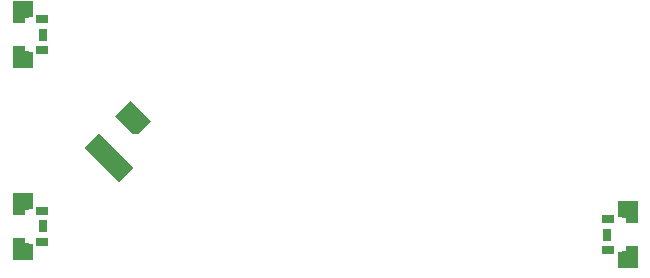
<source format=gbr>
%TF.GenerationSoftware,KiCad,Pcbnew,7.0.11-7.0.11~ubuntu22.04.1*%
%TF.CreationDate,2024-11-26T11:44:11+01:00*%
%TF.ProjectId,H-C6-ulp,482d4336-2d75-46c7-902e-6b696361645f,rev?*%
%TF.SameCoordinates,Original*%
%TF.FileFunction,Paste,Bot*%
%TF.FilePolarity,Positive*%
%FSLAX46Y46*%
G04 Gerber Fmt 4.6, Leading zero omitted, Abs format (unit mm)*
G04 Created by KiCad (PCBNEW 7.0.11-7.0.11~ubuntu22.04.1) date 2024-11-26 11:44:11*
%MOMM*%
%LPD*%
G01*
G04 APERTURE LIST*
G04 Aperture macros list*
%AMRotRect*
0 Rectangle, with rotation*
0 The origin of the aperture is its center*
0 $1 length*
0 $2 width*
0 $3 Rotation angle, in degrees counterclockwise*
0 Add horizontal line*
21,1,$1,$2,0,0,$3*%
%AMOutline5P*
0 Free polygon, 5 corners , with rotation*
0 The origin of the aperture is its center*
0 number of corners: always 5*
0 $1 to $10 corner X, Y*
0 $11 Rotation angle, in degrees counterclockwise*
0 create outline with 5 corners*
4,1,5,$1,$2,$3,$4,$5,$6,$7,$8,$9,$10,$1,$2,$11*%
%AMOutline6P*
0 Free polygon, 6 corners , with rotation*
0 The origin of the aperture is its center*
0 number of corners: always 6*
0 $1 to $12 corner X, Y*
0 $13 Rotation angle, in degrees counterclockwise*
0 create outline with 6 corners*
4,1,6,$1,$2,$3,$4,$5,$6,$7,$8,$9,$10,$11,$12,$1,$2,$13*%
%AMOutline7P*
0 Free polygon, 7 corners , with rotation*
0 The origin of the aperture is its center*
0 number of corners: always 7*
0 $1 to $14 corner X, Y*
0 $15 Rotation angle, in degrees counterclockwise*
0 create outline with 7 corners*
4,1,7,$1,$2,$3,$4,$5,$6,$7,$8,$9,$10,$11,$12,$13,$14,$1,$2,$15*%
%AMOutline8P*
0 Free polygon, 8 corners , with rotation*
0 The origin of the aperture is its center*
0 number of corners: always 8*
0 $1 to $16 corner X, Y*
0 $17 Rotation angle, in degrees counterclockwise*
0 create outline with 8 corners*
4,1,8,$1,$2,$3,$4,$5,$6,$7,$8,$9,$10,$11,$12,$13,$14,$15,$16,$1,$2,$17*%
%AMFreePoly0*
4,1,21,0.435355,0.485355,0.450000,0.450000,0.450000,0.206001,0.479746,0.140866,0.500000,0.000000,0.479746,-0.140866,0.452741,-0.200000,0.900000,-0.200000,0.935355,-0.214645,0.950000,-0.250000,0.950000,-1.150000,0.935355,-1.185355,0.900000,-1.200000,-0.900000,-1.200000,-0.935355,-1.185355,-0.950000,-1.150000,-0.950000,0.450000,-0.935355,0.485355,-0.900000,0.500000,0.400000,0.500000,
0.435355,0.485355,0.435355,0.485355,$1*%
%AMFreePoly1*
4,1,21,0.935355,0.485355,0.950000,0.450000,0.950000,-1.150000,0.935355,-1.185355,0.900000,-1.200000,-0.900000,-1.200000,-0.935355,-1.185355,-0.950000,-1.150000,-0.950000,-0.250000,-0.935355,-0.214645,-0.900000,-0.200000,-0.452741,-0.200000,-0.479746,-0.140866,-0.500000,0.000000,-0.479746,0.140866,-0.450000,0.206001,-0.450000,0.450000,-0.435355,0.485355,-0.400000,0.500000,0.900000,0.500000,
0.935355,0.485355,0.935355,0.485355,$1*%
G04 Aperture macros list end*
%ADD10R,1.000000X0.800000*%
%ADD11R,0.700000X1.100000*%
%ADD12FreePoly0,270.000000*%
%ADD13FreePoly1,270.000000*%
%ADD14FreePoly0,90.000000*%
%ADD15FreePoly1,90.000000*%
%ADD16Outline5P,-0.950000X1.225000X0.950000X1.225000X0.950000X-1.225000X-0.570000X-1.225000X-0.950000X-0.845000X45.000000*%
%ADD17RotRect,4.100000X1.700000X135.000000*%
G04 APERTURE END LIST*
D10*
%TO.C,U6*%
X117780000Y-73190000D03*
X117780000Y-70590000D03*
D11*
X117820000Y-71890000D03*
D12*
X116450000Y-69990000D03*
D13*
X116450000Y-73790000D03*
%TD*%
D10*
%TO.C,U4*%
X117780000Y-56950000D03*
X117780000Y-54350000D03*
D11*
X117820000Y-55650000D03*
D12*
X116450000Y-53750000D03*
D13*
X116450000Y-57550000D03*
%TD*%
D10*
%TO.C,U5*%
X165650000Y-71300000D03*
X165650000Y-73900000D03*
D11*
X165610000Y-72600000D03*
D14*
X166980000Y-74500000D03*
D15*
X166980000Y-70700000D03*
%TD*%
D16*
%TO.C,C24*%
X125445860Y-62808418D03*
D17*
X123420000Y-66100000D03*
%TD*%
M02*

</source>
